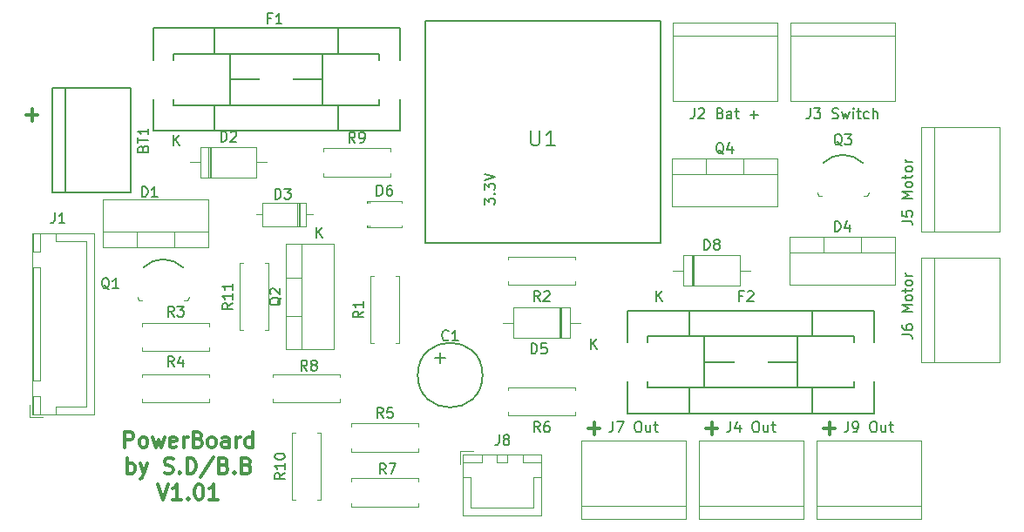
<source format=gto>
G04 #@! TF.GenerationSoftware,KiCad,Pcbnew,(5.1.9)-1*
G04 #@! TF.CreationDate,2021-05-24T15:14:23+02:00*
G04 #@! TF.ProjectId,charge_pcb,63686172-6765-45f7-9063-622e6b696361,rev?*
G04 #@! TF.SameCoordinates,Original*
G04 #@! TF.FileFunction,Legend,Top*
G04 #@! TF.FilePolarity,Positive*
%FSLAX46Y46*%
G04 Gerber Fmt 4.6, Leading zero omitted, Abs format (unit mm)*
G04 Created by KiCad (PCBNEW (5.1.9)-1) date 2021-05-24 15:14:23*
%MOMM*%
%LPD*%
G01*
G04 APERTURE LIST*
%ADD10C,0.300000*%
%ADD11C,0.200000*%
%ADD12C,0.120000*%
%ADD13C,0.150000*%
%ADD14C,0.100000*%
%ADD15C,5.600000*%
%ADD16C,3.600000*%
%ADD17O,1.600000X1.600000*%
%ADD18C,1.600000*%
%ADD19C,3.000000*%
%ADD20R,3.000000X3.000000*%
%ADD21O,2.000000X1.905000*%
%ADD22R,2.000000X1.905000*%
%ADD23O,1.905000X2.000000*%
%ADD24R,1.905000X2.000000*%
%ADD25O,2.200000X2.200000*%
%ADD26R,2.200000X2.200000*%
%ADD27O,1.700000X2.000000*%
%ADD28O,1.950000X1.700000*%
%ADD29C,1.800000*%
%ADD30R,1.800000X1.800000*%
%ADD31C,1.524000*%
%ADD32C,2.000000*%
%ADD33R,1.500000X1.500000*%
%ADD34C,1.500000*%
%ADD35C,3.200000*%
%ADD36O,4.000500X2.499360*%
%ADD37O,2.000000X2.000000*%
%ADD38R,2.000000X2.000000*%
%ADD39R,1.600000X1.600000*%
%ADD40C,1.501140*%
%ADD41C,2.540000*%
%ADD42R,2.540000X2.540000*%
G04 APERTURE END LIST*
D10*
X123888571Y-144887142D02*
X125031428Y-144887142D01*
X124460000Y-145458571D02*
X124460000Y-144315714D01*
D11*
X113852380Y-123126190D02*
X113852380Y-122507142D01*
X114233333Y-122840476D01*
X114233333Y-122697619D01*
X114280952Y-122602380D01*
X114328571Y-122554761D01*
X114423809Y-122507142D01*
X114661904Y-122507142D01*
X114757142Y-122554761D01*
X114804761Y-122602380D01*
X114852380Y-122697619D01*
X114852380Y-122983333D01*
X114804761Y-123078571D01*
X114757142Y-123126190D01*
X114757142Y-122078571D02*
X114804761Y-122030952D01*
X114852380Y-122078571D01*
X114804761Y-122126190D01*
X114757142Y-122078571D01*
X114852380Y-122078571D01*
X113852380Y-121697619D02*
X113852380Y-121078571D01*
X114233333Y-121411904D01*
X114233333Y-121269047D01*
X114280952Y-121173809D01*
X114328571Y-121126190D01*
X114423809Y-121078571D01*
X114661904Y-121078571D01*
X114757142Y-121126190D01*
X114804761Y-121173809D01*
X114852380Y-121269047D01*
X114852380Y-121554761D01*
X114804761Y-121650000D01*
X114757142Y-121697619D01*
X113852380Y-120792857D02*
X114852380Y-120459523D01*
X113852380Y-120126190D01*
D10*
X135318571Y-144887142D02*
X136461428Y-144887142D01*
X135890000Y-145458571D02*
X135890000Y-144315714D01*
X146748571Y-144887142D02*
X147891428Y-144887142D01*
X147320000Y-145458571D02*
X147320000Y-144315714D01*
X69278571Y-114407142D02*
X70421428Y-114407142D01*
X69850000Y-114978571D02*
X69850000Y-113835714D01*
X78875714Y-146718571D02*
X78875714Y-145218571D01*
X79447142Y-145218571D01*
X79590000Y-145290000D01*
X79661428Y-145361428D01*
X79732857Y-145504285D01*
X79732857Y-145718571D01*
X79661428Y-145861428D01*
X79590000Y-145932857D01*
X79447142Y-146004285D01*
X78875714Y-146004285D01*
X80590000Y-146718571D02*
X80447142Y-146647142D01*
X80375714Y-146575714D01*
X80304285Y-146432857D01*
X80304285Y-146004285D01*
X80375714Y-145861428D01*
X80447142Y-145790000D01*
X80590000Y-145718571D01*
X80804285Y-145718571D01*
X80947142Y-145790000D01*
X81018571Y-145861428D01*
X81090000Y-146004285D01*
X81090000Y-146432857D01*
X81018571Y-146575714D01*
X80947142Y-146647142D01*
X80804285Y-146718571D01*
X80590000Y-146718571D01*
X81590000Y-145718571D02*
X81875714Y-146718571D01*
X82161428Y-146004285D01*
X82447142Y-146718571D01*
X82732857Y-145718571D01*
X83875714Y-146647142D02*
X83732857Y-146718571D01*
X83447142Y-146718571D01*
X83304285Y-146647142D01*
X83232857Y-146504285D01*
X83232857Y-145932857D01*
X83304285Y-145790000D01*
X83447142Y-145718571D01*
X83732857Y-145718571D01*
X83875714Y-145790000D01*
X83947142Y-145932857D01*
X83947142Y-146075714D01*
X83232857Y-146218571D01*
X84590000Y-146718571D02*
X84590000Y-145718571D01*
X84590000Y-146004285D02*
X84661428Y-145861428D01*
X84732857Y-145790000D01*
X84875714Y-145718571D01*
X85018571Y-145718571D01*
X86018571Y-145932857D02*
X86232857Y-146004285D01*
X86304285Y-146075714D01*
X86375714Y-146218571D01*
X86375714Y-146432857D01*
X86304285Y-146575714D01*
X86232857Y-146647142D01*
X86090000Y-146718571D01*
X85518571Y-146718571D01*
X85518571Y-145218571D01*
X86018571Y-145218571D01*
X86161428Y-145290000D01*
X86232857Y-145361428D01*
X86304285Y-145504285D01*
X86304285Y-145647142D01*
X86232857Y-145790000D01*
X86161428Y-145861428D01*
X86018571Y-145932857D01*
X85518571Y-145932857D01*
X87232857Y-146718571D02*
X87090000Y-146647142D01*
X87018571Y-146575714D01*
X86947142Y-146432857D01*
X86947142Y-146004285D01*
X87018571Y-145861428D01*
X87090000Y-145790000D01*
X87232857Y-145718571D01*
X87447142Y-145718571D01*
X87590000Y-145790000D01*
X87661428Y-145861428D01*
X87732857Y-146004285D01*
X87732857Y-146432857D01*
X87661428Y-146575714D01*
X87590000Y-146647142D01*
X87447142Y-146718571D01*
X87232857Y-146718571D01*
X89018571Y-146718571D02*
X89018571Y-145932857D01*
X88947142Y-145790000D01*
X88804285Y-145718571D01*
X88518571Y-145718571D01*
X88375714Y-145790000D01*
X89018571Y-146647142D02*
X88875714Y-146718571D01*
X88518571Y-146718571D01*
X88375714Y-146647142D01*
X88304285Y-146504285D01*
X88304285Y-146361428D01*
X88375714Y-146218571D01*
X88518571Y-146147142D01*
X88875714Y-146147142D01*
X89018571Y-146075714D01*
X89732857Y-146718571D02*
X89732857Y-145718571D01*
X89732857Y-146004285D02*
X89804285Y-145861428D01*
X89875714Y-145790000D01*
X90018571Y-145718571D01*
X90161428Y-145718571D01*
X91304285Y-146718571D02*
X91304285Y-145218571D01*
X91304285Y-146647142D02*
X91161428Y-146718571D01*
X90875714Y-146718571D01*
X90732857Y-146647142D01*
X90661428Y-146575714D01*
X90590000Y-146432857D01*
X90590000Y-146004285D01*
X90661428Y-145861428D01*
X90732857Y-145790000D01*
X90875714Y-145718571D01*
X91161428Y-145718571D01*
X91304285Y-145790000D01*
X79161428Y-149268571D02*
X79161428Y-147768571D01*
X79161428Y-148340000D02*
X79304285Y-148268571D01*
X79590000Y-148268571D01*
X79732857Y-148340000D01*
X79804285Y-148411428D01*
X79875714Y-148554285D01*
X79875714Y-148982857D01*
X79804285Y-149125714D01*
X79732857Y-149197142D01*
X79590000Y-149268571D01*
X79304285Y-149268571D01*
X79161428Y-149197142D01*
X80375714Y-148268571D02*
X80732857Y-149268571D01*
X81090000Y-148268571D02*
X80732857Y-149268571D01*
X80590000Y-149625714D01*
X80518571Y-149697142D01*
X80375714Y-149768571D01*
X82732857Y-149197142D02*
X82947142Y-149268571D01*
X83304285Y-149268571D01*
X83447142Y-149197142D01*
X83518571Y-149125714D01*
X83590000Y-148982857D01*
X83590000Y-148840000D01*
X83518571Y-148697142D01*
X83447142Y-148625714D01*
X83304285Y-148554285D01*
X83018571Y-148482857D01*
X82875714Y-148411428D01*
X82804285Y-148340000D01*
X82732857Y-148197142D01*
X82732857Y-148054285D01*
X82804285Y-147911428D01*
X82875714Y-147840000D01*
X83018571Y-147768571D01*
X83375714Y-147768571D01*
X83590000Y-147840000D01*
X84232857Y-149125714D02*
X84304285Y-149197142D01*
X84232857Y-149268571D01*
X84161428Y-149197142D01*
X84232857Y-149125714D01*
X84232857Y-149268571D01*
X84947142Y-149268571D02*
X84947142Y-147768571D01*
X85304285Y-147768571D01*
X85518571Y-147840000D01*
X85661428Y-147982857D01*
X85732857Y-148125714D01*
X85804285Y-148411428D01*
X85804285Y-148625714D01*
X85732857Y-148911428D01*
X85661428Y-149054285D01*
X85518571Y-149197142D01*
X85304285Y-149268571D01*
X84947142Y-149268571D01*
X87518571Y-147697142D02*
X86232857Y-149625714D01*
X88518571Y-148482857D02*
X88732857Y-148554285D01*
X88804285Y-148625714D01*
X88875714Y-148768571D01*
X88875714Y-148982857D01*
X88804285Y-149125714D01*
X88732857Y-149197142D01*
X88590000Y-149268571D01*
X88018571Y-149268571D01*
X88018571Y-147768571D01*
X88518571Y-147768571D01*
X88661428Y-147840000D01*
X88732857Y-147911428D01*
X88804285Y-148054285D01*
X88804285Y-148197142D01*
X88732857Y-148340000D01*
X88661428Y-148411428D01*
X88518571Y-148482857D01*
X88018571Y-148482857D01*
X89518571Y-149125714D02*
X89590000Y-149197142D01*
X89518571Y-149268571D01*
X89447142Y-149197142D01*
X89518571Y-149125714D01*
X89518571Y-149268571D01*
X90732857Y-148482857D02*
X90947142Y-148554285D01*
X91018571Y-148625714D01*
X91090000Y-148768571D01*
X91090000Y-148982857D01*
X91018571Y-149125714D01*
X90947142Y-149197142D01*
X90804285Y-149268571D01*
X90232857Y-149268571D01*
X90232857Y-147768571D01*
X90732857Y-147768571D01*
X90875714Y-147840000D01*
X90947142Y-147911428D01*
X91018571Y-148054285D01*
X91018571Y-148197142D01*
X90947142Y-148340000D01*
X90875714Y-148411428D01*
X90732857Y-148482857D01*
X90232857Y-148482857D01*
X82090000Y-150318571D02*
X82590000Y-151818571D01*
X83090000Y-150318571D01*
X84375714Y-151818571D02*
X83518571Y-151818571D01*
X83947142Y-151818571D02*
X83947142Y-150318571D01*
X83804285Y-150532857D01*
X83661428Y-150675714D01*
X83518571Y-150747142D01*
X85018571Y-151675714D02*
X85090000Y-151747142D01*
X85018571Y-151818571D01*
X84947142Y-151747142D01*
X85018571Y-151675714D01*
X85018571Y-151818571D01*
X86018571Y-150318571D02*
X86161428Y-150318571D01*
X86304285Y-150390000D01*
X86375714Y-150461428D01*
X86447142Y-150604285D01*
X86518571Y-150890000D01*
X86518571Y-151247142D01*
X86447142Y-151532857D01*
X86375714Y-151675714D01*
X86304285Y-151747142D01*
X86161428Y-151818571D01*
X86018571Y-151818571D01*
X85875714Y-151747142D01*
X85804285Y-151675714D01*
X85732857Y-151532857D01*
X85661428Y-151247142D01*
X85661428Y-150890000D01*
X85732857Y-150604285D01*
X85804285Y-150461428D01*
X85875714Y-150390000D01*
X86018571Y-150318571D01*
X87947142Y-151818571D02*
X87090000Y-151818571D01*
X87518571Y-151818571D02*
X87518571Y-150318571D01*
X87375714Y-150532857D01*
X87232857Y-150675714D01*
X87090000Y-150747142D01*
D12*
X92480000Y-128810000D02*
X92810000Y-128810000D01*
X92810000Y-128810000D02*
X92810000Y-135350000D01*
X92810000Y-135350000D02*
X92480000Y-135350000D01*
X90400000Y-128810000D02*
X90070000Y-128810000D01*
X90070000Y-128810000D02*
X90070000Y-135350000D01*
X90070000Y-135350000D02*
X90400000Y-135350000D01*
X143510000Y-106680000D02*
X153670000Y-106680000D01*
X143510000Y-105410000D02*
X143510000Y-113030000D01*
X143510000Y-113030000D02*
X153670000Y-113030000D01*
X153670000Y-113030000D02*
X153670000Y-105410000D01*
X153670000Y-105410000D02*
X143510000Y-105410000D01*
X132080000Y-106680000D02*
X142240000Y-106680000D01*
X132080000Y-105410000D02*
X132080000Y-113030000D01*
X132080000Y-113030000D02*
X142240000Y-113030000D01*
X142240000Y-113030000D02*
X142240000Y-105410000D01*
X142240000Y-105410000D02*
X132080000Y-105410000D01*
X157480000Y-125730000D02*
X157480000Y-115570000D01*
X156210000Y-125730000D02*
X163830000Y-125730000D01*
X163830000Y-125730000D02*
X163830000Y-115570000D01*
X163830000Y-115570000D02*
X156210000Y-115570000D01*
X156210000Y-115570000D02*
X156210000Y-125730000D01*
X157480000Y-138430000D02*
X157480000Y-128270000D01*
X156210000Y-138430000D02*
X163830000Y-138430000D01*
X163830000Y-138430000D02*
X163830000Y-128270000D01*
X163830000Y-128270000D02*
X156210000Y-128270000D01*
X156210000Y-128270000D02*
X156210000Y-138430000D01*
X133350000Y-152400000D02*
X123190000Y-152400000D01*
X133350000Y-153670000D02*
X133350000Y-146050000D01*
X133350000Y-146050000D02*
X123190000Y-146050000D01*
X123190000Y-146050000D02*
X123190000Y-153670000D01*
X123190000Y-153670000D02*
X133350000Y-153670000D01*
X144780000Y-152400000D02*
X134620000Y-152400000D01*
X144780000Y-153670000D02*
X144780000Y-146050000D01*
X144780000Y-146050000D02*
X134620000Y-146050000D01*
X134620000Y-146050000D02*
X134620000Y-153670000D01*
X134620000Y-153670000D02*
X144780000Y-153670000D01*
X156210000Y-152400000D02*
X146050000Y-152400000D01*
X156210000Y-153670000D02*
X156210000Y-146050000D01*
X156210000Y-146050000D02*
X146050000Y-146050000D01*
X146050000Y-146050000D02*
X146050000Y-153670000D01*
X146050000Y-153670000D02*
X156210000Y-153670000D01*
X94520000Y-137200000D02*
X94520000Y-126960000D01*
X99161000Y-137200000D02*
X99161000Y-126960000D01*
X94520000Y-137200000D02*
X99161000Y-137200000D01*
X94520000Y-126960000D02*
X99161000Y-126960000D01*
X96030000Y-137200000D02*
X96030000Y-126960000D01*
X94520000Y-133930000D02*
X96030000Y-133930000D01*
X94520000Y-130229000D02*
X96030000Y-130229000D01*
X139011000Y-118650000D02*
X139011000Y-120160000D01*
X135310000Y-118650000D02*
X135310000Y-120160000D01*
X132040000Y-120160000D02*
X142280000Y-120160000D01*
X142280000Y-118650000D02*
X142280000Y-123291000D01*
X132040000Y-118650000D02*
X132040000Y-123291000D01*
X132040000Y-123291000D02*
X142280000Y-123291000D01*
X132040000Y-118650000D02*
X142280000Y-118650000D01*
X133950000Y-128070000D02*
X133950000Y-131010000D01*
X134190000Y-128070000D02*
X134190000Y-131010000D01*
X134070000Y-128070000D02*
X134070000Y-131010000D01*
X139630000Y-129540000D02*
X138610000Y-129540000D01*
X132150000Y-129540000D02*
X133170000Y-129540000D01*
X138610000Y-128070000D02*
X133170000Y-128070000D01*
X138610000Y-131010000D02*
X138610000Y-128070000D01*
X133170000Y-131010000D02*
X138610000Y-131010000D01*
X133170000Y-128070000D02*
X133170000Y-131010000D01*
X95150000Y-151860000D02*
X95480000Y-151860000D01*
X95150000Y-145320000D02*
X95150000Y-151860000D01*
X95480000Y-145320000D02*
X95150000Y-145320000D01*
X97890000Y-151860000D02*
X97560000Y-151860000D01*
X97890000Y-145320000D02*
X97890000Y-151860000D01*
X97560000Y-145320000D02*
X97890000Y-145320000D01*
X111450000Y-147110000D02*
X111450000Y-148360000D01*
X112700000Y-147110000D02*
X111450000Y-147110000D01*
X118600000Y-152610000D02*
X115550000Y-152610000D01*
X118600000Y-149660000D02*
X118600000Y-152610000D01*
X119350000Y-149660000D02*
X118600000Y-149660000D01*
X112500000Y-152610000D02*
X115550000Y-152610000D01*
X112500000Y-149660000D02*
X112500000Y-152610000D01*
X111750000Y-149660000D02*
X112500000Y-149660000D01*
X119350000Y-147410000D02*
X117550000Y-147410000D01*
X119350000Y-148160000D02*
X119350000Y-147410000D01*
X117550000Y-148160000D02*
X119350000Y-148160000D01*
X117550000Y-147410000D02*
X117550000Y-148160000D01*
X113550000Y-147410000D02*
X111750000Y-147410000D01*
X113550000Y-148160000D02*
X113550000Y-147410000D01*
X111750000Y-148160000D02*
X113550000Y-148160000D01*
X111750000Y-147410000D02*
X111750000Y-148160000D01*
X116050000Y-147410000D02*
X115050000Y-147410000D01*
X116050000Y-148160000D02*
X116050000Y-147410000D01*
X115050000Y-148160000D02*
X116050000Y-148160000D01*
X115050000Y-147410000D02*
X115050000Y-148160000D01*
X119360000Y-147400000D02*
X111740000Y-147400000D01*
X119360000Y-153370000D02*
X119360000Y-147400000D01*
X111740000Y-153370000D02*
X119360000Y-153370000D01*
X111740000Y-147400000D02*
X111740000Y-153370000D01*
X69640000Y-143820000D02*
X70890000Y-143820000D01*
X69640000Y-142570000D02*
X69640000Y-143820000D01*
X75140000Y-126670000D02*
X75140000Y-134720000D01*
X72190000Y-126670000D02*
X75140000Y-126670000D01*
X72190000Y-125920000D02*
X72190000Y-126670000D01*
X75140000Y-142770000D02*
X75140000Y-134720000D01*
X72190000Y-142770000D02*
X75140000Y-142770000D01*
X72190000Y-143520000D02*
X72190000Y-142770000D01*
X69940000Y-125920000D02*
X69940000Y-127720000D01*
X70690000Y-125920000D02*
X69940000Y-125920000D01*
X70690000Y-127720000D02*
X70690000Y-125920000D01*
X69940000Y-127720000D02*
X70690000Y-127720000D01*
X69940000Y-141720000D02*
X69940000Y-143520000D01*
X70690000Y-141720000D02*
X69940000Y-141720000D01*
X70690000Y-143520000D02*
X70690000Y-141720000D01*
X69940000Y-143520000D02*
X70690000Y-143520000D01*
X69940000Y-129220000D02*
X69940000Y-140220000D01*
X70690000Y-129220000D02*
X69940000Y-129220000D01*
X70690000Y-140220000D02*
X70690000Y-129220000D01*
X69940000Y-140220000D02*
X70690000Y-140220000D01*
X69930000Y-125910000D02*
X69930000Y-143530000D01*
X75900000Y-125910000D02*
X69930000Y-125910000D01*
X75900000Y-143530000D02*
X75900000Y-125910000D01*
X69930000Y-143530000D02*
X75900000Y-143530000D01*
X102630000Y-125130000D02*
X102630000Y-125310000D01*
X102630000Y-122790000D02*
X102630000Y-122970000D01*
X102510000Y-125130000D02*
X102510000Y-125310000D01*
X102510000Y-122790000D02*
X102510000Y-122970000D01*
X105810000Y-125145000D02*
X105810000Y-125310000D01*
X105810000Y-122790000D02*
X105810000Y-122955000D01*
X102390000Y-125130000D02*
X102390000Y-125310000D01*
X102390000Y-122790000D02*
X102390000Y-122970000D01*
X102390000Y-125310000D02*
X105810000Y-125310000D01*
X102390000Y-122790000D02*
X105810000Y-122790000D01*
X104680000Y-120380000D02*
X104680000Y-120050000D01*
X98140000Y-120380000D02*
X104680000Y-120380000D01*
X98140000Y-120050000D02*
X98140000Y-120380000D01*
X104680000Y-117640000D02*
X104680000Y-117970000D01*
X98140000Y-117640000D02*
X104680000Y-117640000D01*
X98140000Y-117970000D02*
X98140000Y-117640000D01*
D13*
X130900000Y-126870000D02*
X108040000Y-126870000D01*
X108040000Y-107820000D02*
X108040000Y-105280000D01*
X108040000Y-105280000D02*
X130900000Y-105280000D01*
X130900000Y-105280000D02*
X130900000Y-107820000D01*
X130900000Y-107820000D02*
X130900000Y-106550000D01*
X130900000Y-126870000D02*
X130900000Y-107820000D01*
X108040000Y-107820000D02*
X108040000Y-126870000D01*
D12*
X93250000Y-139930000D02*
X93250000Y-139600000D01*
X93250000Y-139600000D02*
X99790000Y-139600000D01*
X99790000Y-139600000D02*
X99790000Y-139930000D01*
X93250000Y-142010000D02*
X93250000Y-142340000D01*
X93250000Y-142340000D02*
X99790000Y-142340000D01*
X99790000Y-142340000D02*
X99790000Y-142010000D01*
X107410000Y-152140000D02*
X107410000Y-152470000D01*
X107410000Y-152470000D02*
X100870000Y-152470000D01*
X100870000Y-152470000D02*
X100870000Y-152140000D01*
X107410000Y-150060000D02*
X107410000Y-149730000D01*
X107410000Y-149730000D02*
X100870000Y-149730000D01*
X100870000Y-149730000D02*
X100870000Y-150060000D01*
X116110000Y-141200000D02*
X116110000Y-140870000D01*
X116110000Y-140870000D02*
X122650000Y-140870000D01*
X122650000Y-140870000D02*
X122650000Y-141200000D01*
X116110000Y-143280000D02*
X116110000Y-143610000D01*
X116110000Y-143610000D02*
X122650000Y-143610000D01*
X122650000Y-143610000D02*
X122650000Y-143280000D01*
X100870000Y-144750000D02*
X100870000Y-144420000D01*
X100870000Y-144420000D02*
X107410000Y-144420000D01*
X107410000Y-144420000D02*
X107410000Y-144750000D01*
X100870000Y-146830000D02*
X100870000Y-147160000D01*
X100870000Y-147160000D02*
X107410000Y-147160000D01*
X107410000Y-147160000D02*
X107410000Y-146830000D01*
X87090000Y-142010000D02*
X87090000Y-142340000D01*
X87090000Y-142340000D02*
X80550000Y-142340000D01*
X80550000Y-142340000D02*
X80550000Y-142010000D01*
X87090000Y-139930000D02*
X87090000Y-139600000D01*
X87090000Y-139600000D02*
X80550000Y-139600000D01*
X80550000Y-139600000D02*
X80550000Y-139930000D01*
X87090000Y-137040000D02*
X87090000Y-137370000D01*
X87090000Y-137370000D02*
X80550000Y-137370000D01*
X80550000Y-137370000D02*
X80550000Y-137040000D01*
X87090000Y-134960000D02*
X87090000Y-134630000D01*
X87090000Y-134630000D02*
X80550000Y-134630000D01*
X80550000Y-134630000D02*
X80550000Y-134960000D01*
X116110000Y-128500000D02*
X116110000Y-128170000D01*
X116110000Y-128170000D02*
X122650000Y-128170000D01*
X122650000Y-128170000D02*
X122650000Y-128500000D01*
X116110000Y-130580000D02*
X116110000Y-130910000D01*
X116110000Y-130910000D02*
X122650000Y-130910000D01*
X122650000Y-130910000D02*
X122650000Y-130580000D01*
X105180000Y-130080000D02*
X105510000Y-130080000D01*
X105510000Y-130080000D02*
X105510000Y-136620000D01*
X105510000Y-136620000D02*
X105180000Y-136620000D01*
X103100000Y-130080000D02*
X102770000Y-130080000D01*
X102770000Y-130080000D02*
X102770000Y-136620000D01*
X102770000Y-136620000D02*
X103100000Y-136620000D01*
D14*
X151000000Y-122250000D02*
X151150000Y-121950000D01*
X151000000Y-122250000D02*
X150700000Y-122250000D01*
X146600000Y-122250000D02*
X146300000Y-122250000D01*
X146300000Y-122250000D02*
X146150000Y-121950000D01*
D13*
X150600000Y-119100000D02*
G75*
G03*
X146750000Y-119050000I-1950000J-1900000D01*
G01*
D14*
X84960000Y-132410000D02*
X85110000Y-132110000D01*
X84960000Y-132410000D02*
X84660000Y-132410000D01*
X80560000Y-132410000D02*
X80260000Y-132410000D01*
X80260000Y-132410000D02*
X80110000Y-132110000D01*
D13*
X84560000Y-129260000D02*
G75*
G03*
X80710000Y-129210000I-1950000J-1900000D01*
G01*
X145699480Y-140929360D02*
X145699480Y-143431260D01*
X145699480Y-133428740D02*
X145699480Y-135930640D01*
X133700520Y-133428740D02*
X133700520Y-135930640D01*
X133700520Y-143431260D02*
X133700520Y-140929360D01*
X144200880Y-138430000D02*
X135199120Y-138430000D01*
X144200880Y-140929360D02*
X144200880Y-135930640D01*
X135199120Y-140929360D02*
X135199120Y-135930640D01*
X129700020Y-140329920D02*
X129700020Y-140929360D01*
X149699980Y-136530080D02*
X149699980Y-135930640D01*
X149699980Y-135930640D02*
X129700020Y-135930640D01*
X129700020Y-135930640D02*
X129700020Y-136530080D01*
X129700020Y-140929360D02*
X149699980Y-140929360D01*
X149699980Y-140929360D02*
X149699980Y-140329920D01*
X127701040Y-140329920D02*
X127701040Y-143431260D01*
X151698960Y-136530080D02*
X151698960Y-133428740D01*
X151698960Y-133428740D02*
X127701040Y-133428740D01*
X127701040Y-133428740D02*
X127701040Y-136530080D01*
X127701040Y-143431260D02*
X151698960Y-143431260D01*
X151698960Y-143431260D02*
X151698960Y-140329920D01*
X87620520Y-108450640D02*
X87620520Y-105948740D01*
X87620520Y-115951260D02*
X87620520Y-113449360D01*
X99619480Y-115951260D02*
X99619480Y-113449360D01*
X99619480Y-105948740D02*
X99619480Y-108450640D01*
X89119120Y-110950000D02*
X98120880Y-110950000D01*
X89119120Y-108450640D02*
X89119120Y-113449360D01*
X98120880Y-108450640D02*
X98120880Y-113449360D01*
X103619980Y-109050080D02*
X103619980Y-108450640D01*
X83620020Y-112849920D02*
X83620020Y-113449360D01*
X83620020Y-113449360D02*
X103619980Y-113449360D01*
X103619980Y-113449360D02*
X103619980Y-112849920D01*
X103619980Y-108450640D02*
X83620020Y-108450640D01*
X83620020Y-108450640D02*
X83620020Y-109050080D01*
X105618960Y-109050080D02*
X105618960Y-105948740D01*
X81621040Y-112849920D02*
X81621040Y-115951260D01*
X81621040Y-115951260D02*
X105618960Y-115951260D01*
X105618960Y-115951260D02*
X105618960Y-112849920D01*
X105618960Y-105948740D02*
X81621040Y-105948740D01*
X81621040Y-105948740D02*
X81621040Y-109050080D01*
D12*
X122100000Y-136090000D02*
X122100000Y-133150000D01*
X122100000Y-133150000D02*
X116660000Y-133150000D01*
X116660000Y-133150000D02*
X116660000Y-136090000D01*
X116660000Y-136090000D02*
X122100000Y-136090000D01*
X123120000Y-134620000D02*
X122100000Y-134620000D01*
X115640000Y-134620000D02*
X116660000Y-134620000D01*
X121200000Y-136090000D02*
X121200000Y-133150000D01*
X121080000Y-136090000D02*
X121080000Y-133150000D01*
X121320000Y-136090000D02*
X121320000Y-133150000D01*
X143470000Y-126270000D02*
X153710000Y-126270000D01*
X143470000Y-130911000D02*
X153710000Y-130911000D01*
X143470000Y-126270000D02*
X143470000Y-130911000D01*
X153710000Y-126270000D02*
X153710000Y-130911000D01*
X143470000Y-127780000D02*
X153710000Y-127780000D01*
X146740000Y-126270000D02*
X146740000Y-127780000D01*
X150441000Y-126270000D02*
X150441000Y-127780000D01*
X96500000Y-125210000D02*
X96500000Y-122970000D01*
X96500000Y-122970000D02*
X92260000Y-122970000D01*
X92260000Y-122970000D02*
X92260000Y-125210000D01*
X92260000Y-125210000D02*
X96500000Y-125210000D01*
X97150000Y-124090000D02*
X96500000Y-124090000D01*
X91610000Y-124090000D02*
X92260000Y-124090000D01*
X95780000Y-125210000D02*
X95780000Y-122970000D01*
X95660000Y-125210000D02*
X95660000Y-122970000D01*
X95900000Y-125210000D02*
X95900000Y-122970000D01*
X86240000Y-117540000D02*
X86240000Y-120480000D01*
X86240000Y-120480000D02*
X91680000Y-120480000D01*
X91680000Y-120480000D02*
X91680000Y-117540000D01*
X91680000Y-117540000D02*
X86240000Y-117540000D01*
X85220000Y-119010000D02*
X86240000Y-119010000D01*
X92700000Y-119010000D02*
X91680000Y-119010000D01*
X87140000Y-117540000D02*
X87140000Y-120480000D01*
X87260000Y-117540000D02*
X87260000Y-120480000D01*
X87020000Y-117540000D02*
X87020000Y-120480000D01*
X86990000Y-127240000D02*
X76750000Y-127240000D01*
X86990000Y-122599000D02*
X76750000Y-122599000D01*
X86990000Y-127240000D02*
X86990000Y-122599000D01*
X76750000Y-127240000D02*
X76750000Y-122599000D01*
X86990000Y-125730000D02*
X76750000Y-125730000D01*
X83720000Y-127240000D02*
X83720000Y-125730000D01*
X80019000Y-127240000D02*
X80019000Y-125730000D01*
D13*
X109489240Y-137500360D02*
X109489240Y-138501120D01*
X108988860Y-138000740D02*
X109989620Y-138000740D01*
X113639600Y-139700000D02*
G75*
G03*
X113639600Y-139700000I-3149600J0D01*
G01*
X73100000Y-121970000D02*
X73100000Y-111810000D01*
X71830000Y-121970000D02*
X79450000Y-121970000D01*
X79450000Y-121970000D02*
X79450000Y-111810000D01*
X79450000Y-111810000D02*
X71830000Y-111810000D01*
X71830000Y-111810000D02*
X71830000Y-121970000D01*
X89352380Y-132722857D02*
X88876190Y-133056190D01*
X89352380Y-133294285D02*
X88352380Y-133294285D01*
X88352380Y-132913333D01*
X88400000Y-132818095D01*
X88447619Y-132770476D01*
X88542857Y-132722857D01*
X88685714Y-132722857D01*
X88780952Y-132770476D01*
X88828571Y-132818095D01*
X88876190Y-132913333D01*
X88876190Y-133294285D01*
X89352380Y-131770476D02*
X89352380Y-132341904D01*
X89352380Y-132056190D02*
X88352380Y-132056190D01*
X88495238Y-132151428D01*
X88590476Y-132246666D01*
X88638095Y-132341904D01*
X89352380Y-130818095D02*
X89352380Y-131389523D01*
X89352380Y-131103809D02*
X88352380Y-131103809D01*
X88495238Y-131199047D01*
X88590476Y-131294285D01*
X88638095Y-131389523D01*
X145470952Y-113752380D02*
X145470952Y-114466666D01*
X145423333Y-114609523D01*
X145328095Y-114704761D01*
X145185238Y-114752380D01*
X145090000Y-114752380D01*
X145851904Y-113752380D02*
X146470952Y-113752380D01*
X146137619Y-114133333D01*
X146280476Y-114133333D01*
X146375714Y-114180952D01*
X146423333Y-114228571D01*
X146470952Y-114323809D01*
X146470952Y-114561904D01*
X146423333Y-114657142D01*
X146375714Y-114704761D01*
X146280476Y-114752380D01*
X145994761Y-114752380D01*
X145899523Y-114704761D01*
X145851904Y-114657142D01*
X147613809Y-114704761D02*
X147756666Y-114752380D01*
X147994761Y-114752380D01*
X148090000Y-114704761D01*
X148137619Y-114657142D01*
X148185238Y-114561904D01*
X148185238Y-114466666D01*
X148137619Y-114371428D01*
X148090000Y-114323809D01*
X147994761Y-114276190D01*
X147804285Y-114228571D01*
X147709047Y-114180952D01*
X147661428Y-114133333D01*
X147613809Y-114038095D01*
X147613809Y-113942857D01*
X147661428Y-113847619D01*
X147709047Y-113800000D01*
X147804285Y-113752380D01*
X148042380Y-113752380D01*
X148185238Y-113800000D01*
X148518571Y-114085714D02*
X148709047Y-114752380D01*
X148899523Y-114276190D01*
X149090000Y-114752380D01*
X149280476Y-114085714D01*
X149661428Y-114752380D02*
X149661428Y-114085714D01*
X149661428Y-113752380D02*
X149613809Y-113800000D01*
X149661428Y-113847619D01*
X149709047Y-113800000D01*
X149661428Y-113752380D01*
X149661428Y-113847619D01*
X149994761Y-114085714D02*
X150375714Y-114085714D01*
X150137619Y-113752380D02*
X150137619Y-114609523D01*
X150185238Y-114704761D01*
X150280476Y-114752380D01*
X150375714Y-114752380D01*
X151137619Y-114704761D02*
X151042380Y-114752380D01*
X150851904Y-114752380D01*
X150756666Y-114704761D01*
X150709047Y-114657142D01*
X150661428Y-114561904D01*
X150661428Y-114276190D01*
X150709047Y-114180952D01*
X150756666Y-114133333D01*
X150851904Y-114085714D01*
X151042380Y-114085714D01*
X151137619Y-114133333D01*
X151566190Y-114752380D02*
X151566190Y-113752380D01*
X151994761Y-114752380D02*
X151994761Y-114228571D01*
X151947142Y-114133333D01*
X151851904Y-114085714D01*
X151709047Y-114085714D01*
X151613809Y-114133333D01*
X151566190Y-114180952D01*
X134207619Y-113752380D02*
X134207619Y-114466666D01*
X134160000Y-114609523D01*
X134064761Y-114704761D01*
X133921904Y-114752380D01*
X133826666Y-114752380D01*
X134636190Y-113847619D02*
X134683809Y-113800000D01*
X134779047Y-113752380D01*
X135017142Y-113752380D01*
X135112380Y-113800000D01*
X135160000Y-113847619D01*
X135207619Y-113942857D01*
X135207619Y-114038095D01*
X135160000Y-114180952D01*
X134588571Y-114752380D01*
X135207619Y-114752380D01*
X136731428Y-114228571D02*
X136874285Y-114276190D01*
X136921904Y-114323809D01*
X136969523Y-114419047D01*
X136969523Y-114561904D01*
X136921904Y-114657142D01*
X136874285Y-114704761D01*
X136779047Y-114752380D01*
X136398095Y-114752380D01*
X136398095Y-113752380D01*
X136731428Y-113752380D01*
X136826666Y-113800000D01*
X136874285Y-113847619D01*
X136921904Y-113942857D01*
X136921904Y-114038095D01*
X136874285Y-114133333D01*
X136826666Y-114180952D01*
X136731428Y-114228571D01*
X136398095Y-114228571D01*
X137826666Y-114752380D02*
X137826666Y-114228571D01*
X137779047Y-114133333D01*
X137683809Y-114085714D01*
X137493333Y-114085714D01*
X137398095Y-114133333D01*
X137826666Y-114704761D02*
X137731428Y-114752380D01*
X137493333Y-114752380D01*
X137398095Y-114704761D01*
X137350476Y-114609523D01*
X137350476Y-114514285D01*
X137398095Y-114419047D01*
X137493333Y-114371428D01*
X137731428Y-114371428D01*
X137826666Y-114323809D01*
X138160000Y-114085714D02*
X138540952Y-114085714D01*
X138302857Y-113752380D02*
X138302857Y-114609523D01*
X138350476Y-114704761D01*
X138445714Y-114752380D01*
X138540952Y-114752380D01*
X139636190Y-114371428D02*
X140398095Y-114371428D01*
X140017142Y-114752380D02*
X140017142Y-113990476D01*
X154392380Y-124705714D02*
X155106666Y-124705714D01*
X155249523Y-124753333D01*
X155344761Y-124848571D01*
X155392380Y-124991428D01*
X155392380Y-125086666D01*
X154392380Y-123753333D02*
X154392380Y-124229523D01*
X154868571Y-124277142D01*
X154820952Y-124229523D01*
X154773333Y-124134285D01*
X154773333Y-123896190D01*
X154820952Y-123800952D01*
X154868571Y-123753333D01*
X154963809Y-123705714D01*
X155201904Y-123705714D01*
X155297142Y-123753333D01*
X155344761Y-123800952D01*
X155392380Y-123896190D01*
X155392380Y-124134285D01*
X155344761Y-124229523D01*
X155297142Y-124277142D01*
X155392380Y-122515238D02*
X154392380Y-122515238D01*
X155106666Y-122181904D01*
X154392380Y-121848571D01*
X155392380Y-121848571D01*
X155392380Y-121229523D02*
X155344761Y-121324761D01*
X155297142Y-121372380D01*
X155201904Y-121420000D01*
X154916190Y-121420000D01*
X154820952Y-121372380D01*
X154773333Y-121324761D01*
X154725714Y-121229523D01*
X154725714Y-121086666D01*
X154773333Y-120991428D01*
X154820952Y-120943809D01*
X154916190Y-120896190D01*
X155201904Y-120896190D01*
X155297142Y-120943809D01*
X155344761Y-120991428D01*
X155392380Y-121086666D01*
X155392380Y-121229523D01*
X154725714Y-120610476D02*
X154725714Y-120229523D01*
X154392380Y-120467619D02*
X155249523Y-120467619D01*
X155344761Y-120420000D01*
X155392380Y-120324761D01*
X155392380Y-120229523D01*
X155392380Y-119753333D02*
X155344761Y-119848571D01*
X155297142Y-119896190D01*
X155201904Y-119943809D01*
X154916190Y-119943809D01*
X154820952Y-119896190D01*
X154773333Y-119848571D01*
X154725714Y-119753333D01*
X154725714Y-119610476D01*
X154773333Y-119515238D01*
X154820952Y-119467619D01*
X154916190Y-119420000D01*
X155201904Y-119420000D01*
X155297142Y-119467619D01*
X155344761Y-119515238D01*
X155392380Y-119610476D01*
X155392380Y-119753333D01*
X155392380Y-118991428D02*
X154725714Y-118991428D01*
X154916190Y-118991428D02*
X154820952Y-118943809D01*
X154773333Y-118896190D01*
X154725714Y-118800952D01*
X154725714Y-118705714D01*
X154392380Y-135754761D02*
X155106666Y-135754761D01*
X155249523Y-135802380D01*
X155344761Y-135897619D01*
X155392380Y-136040476D01*
X155392380Y-136135714D01*
X154392380Y-134850000D02*
X154392380Y-135040476D01*
X154440000Y-135135714D01*
X154487619Y-135183333D01*
X154630476Y-135278571D01*
X154820952Y-135326190D01*
X155201904Y-135326190D01*
X155297142Y-135278571D01*
X155344761Y-135230952D01*
X155392380Y-135135714D01*
X155392380Y-134945238D01*
X155344761Y-134850000D01*
X155297142Y-134802380D01*
X155201904Y-134754761D01*
X154963809Y-134754761D01*
X154868571Y-134802380D01*
X154820952Y-134850000D01*
X154773333Y-134945238D01*
X154773333Y-135135714D01*
X154820952Y-135230952D01*
X154868571Y-135278571D01*
X154963809Y-135326190D01*
X155392380Y-133564285D02*
X154392380Y-133564285D01*
X155106666Y-133230952D01*
X154392380Y-132897619D01*
X155392380Y-132897619D01*
X155392380Y-132278571D02*
X155344761Y-132373809D01*
X155297142Y-132421428D01*
X155201904Y-132469047D01*
X154916190Y-132469047D01*
X154820952Y-132421428D01*
X154773333Y-132373809D01*
X154725714Y-132278571D01*
X154725714Y-132135714D01*
X154773333Y-132040476D01*
X154820952Y-131992857D01*
X154916190Y-131945238D01*
X155201904Y-131945238D01*
X155297142Y-131992857D01*
X155344761Y-132040476D01*
X155392380Y-132135714D01*
X155392380Y-132278571D01*
X154725714Y-131659523D02*
X154725714Y-131278571D01*
X154392380Y-131516666D02*
X155249523Y-131516666D01*
X155344761Y-131469047D01*
X155392380Y-131373809D01*
X155392380Y-131278571D01*
X155392380Y-130802380D02*
X155344761Y-130897619D01*
X155297142Y-130945238D01*
X155201904Y-130992857D01*
X154916190Y-130992857D01*
X154820952Y-130945238D01*
X154773333Y-130897619D01*
X154725714Y-130802380D01*
X154725714Y-130659523D01*
X154773333Y-130564285D01*
X154820952Y-130516666D01*
X154916190Y-130469047D01*
X155201904Y-130469047D01*
X155297142Y-130516666D01*
X155344761Y-130564285D01*
X155392380Y-130659523D01*
X155392380Y-130802380D01*
X155392380Y-130040476D02*
X154725714Y-130040476D01*
X154916190Y-130040476D02*
X154820952Y-129992857D01*
X154773333Y-129945238D01*
X154725714Y-129850000D01*
X154725714Y-129754761D01*
X126293809Y-144232380D02*
X126293809Y-144946666D01*
X126246190Y-145089523D01*
X126150952Y-145184761D01*
X126008095Y-145232380D01*
X125912857Y-145232380D01*
X126674761Y-144232380D02*
X127341428Y-144232380D01*
X126912857Y-145232380D01*
X128674761Y-144232380D02*
X128865238Y-144232380D01*
X128960476Y-144280000D01*
X129055714Y-144375238D01*
X129103333Y-144565714D01*
X129103333Y-144899047D01*
X129055714Y-145089523D01*
X128960476Y-145184761D01*
X128865238Y-145232380D01*
X128674761Y-145232380D01*
X128579523Y-145184761D01*
X128484285Y-145089523D01*
X128436666Y-144899047D01*
X128436666Y-144565714D01*
X128484285Y-144375238D01*
X128579523Y-144280000D01*
X128674761Y-144232380D01*
X129960476Y-144565714D02*
X129960476Y-145232380D01*
X129531904Y-144565714D02*
X129531904Y-145089523D01*
X129579523Y-145184761D01*
X129674761Y-145232380D01*
X129817619Y-145232380D01*
X129912857Y-145184761D01*
X129960476Y-145137142D01*
X130293809Y-144565714D02*
X130674761Y-144565714D01*
X130436666Y-144232380D02*
X130436666Y-145089523D01*
X130484285Y-145184761D01*
X130579523Y-145232380D01*
X130674761Y-145232380D01*
X137723809Y-144232380D02*
X137723809Y-144946666D01*
X137676190Y-145089523D01*
X137580952Y-145184761D01*
X137438095Y-145232380D01*
X137342857Y-145232380D01*
X138628571Y-144565714D02*
X138628571Y-145232380D01*
X138390476Y-144184761D02*
X138152380Y-144899047D01*
X138771428Y-144899047D01*
X140104761Y-144232380D02*
X140295238Y-144232380D01*
X140390476Y-144280000D01*
X140485714Y-144375238D01*
X140533333Y-144565714D01*
X140533333Y-144899047D01*
X140485714Y-145089523D01*
X140390476Y-145184761D01*
X140295238Y-145232380D01*
X140104761Y-145232380D01*
X140009523Y-145184761D01*
X139914285Y-145089523D01*
X139866666Y-144899047D01*
X139866666Y-144565714D01*
X139914285Y-144375238D01*
X140009523Y-144280000D01*
X140104761Y-144232380D01*
X141390476Y-144565714D02*
X141390476Y-145232380D01*
X140961904Y-144565714D02*
X140961904Y-145089523D01*
X141009523Y-145184761D01*
X141104761Y-145232380D01*
X141247619Y-145232380D01*
X141342857Y-145184761D01*
X141390476Y-145137142D01*
X141723809Y-144565714D02*
X142104761Y-144565714D01*
X141866666Y-144232380D02*
X141866666Y-145089523D01*
X141914285Y-145184761D01*
X142009523Y-145232380D01*
X142104761Y-145232380D01*
X149153809Y-144232380D02*
X149153809Y-144946666D01*
X149106190Y-145089523D01*
X149010952Y-145184761D01*
X148868095Y-145232380D01*
X148772857Y-145232380D01*
X149677619Y-145232380D02*
X149868095Y-145232380D01*
X149963333Y-145184761D01*
X150010952Y-145137142D01*
X150106190Y-144994285D01*
X150153809Y-144803809D01*
X150153809Y-144422857D01*
X150106190Y-144327619D01*
X150058571Y-144280000D01*
X149963333Y-144232380D01*
X149772857Y-144232380D01*
X149677619Y-144280000D01*
X149630000Y-144327619D01*
X149582380Y-144422857D01*
X149582380Y-144660952D01*
X149630000Y-144756190D01*
X149677619Y-144803809D01*
X149772857Y-144851428D01*
X149963333Y-144851428D01*
X150058571Y-144803809D01*
X150106190Y-144756190D01*
X150153809Y-144660952D01*
X151534761Y-144232380D02*
X151725238Y-144232380D01*
X151820476Y-144280000D01*
X151915714Y-144375238D01*
X151963333Y-144565714D01*
X151963333Y-144899047D01*
X151915714Y-145089523D01*
X151820476Y-145184761D01*
X151725238Y-145232380D01*
X151534761Y-145232380D01*
X151439523Y-145184761D01*
X151344285Y-145089523D01*
X151296666Y-144899047D01*
X151296666Y-144565714D01*
X151344285Y-144375238D01*
X151439523Y-144280000D01*
X151534761Y-144232380D01*
X152820476Y-144565714D02*
X152820476Y-145232380D01*
X152391904Y-144565714D02*
X152391904Y-145089523D01*
X152439523Y-145184761D01*
X152534761Y-145232380D01*
X152677619Y-145232380D01*
X152772857Y-145184761D01*
X152820476Y-145137142D01*
X153153809Y-144565714D02*
X153534761Y-144565714D01*
X153296666Y-144232380D02*
X153296666Y-145089523D01*
X153344285Y-145184761D01*
X153439523Y-145232380D01*
X153534761Y-145232380D01*
X94067619Y-132175238D02*
X94020000Y-132270476D01*
X93924761Y-132365714D01*
X93781904Y-132508571D01*
X93734285Y-132603809D01*
X93734285Y-132699047D01*
X93972380Y-132651428D02*
X93924761Y-132746666D01*
X93829523Y-132841904D01*
X93639047Y-132889523D01*
X93305714Y-132889523D01*
X93115238Y-132841904D01*
X93020000Y-132746666D01*
X92972380Y-132651428D01*
X92972380Y-132460952D01*
X93020000Y-132365714D01*
X93115238Y-132270476D01*
X93305714Y-132222857D01*
X93639047Y-132222857D01*
X93829523Y-132270476D01*
X93924761Y-132365714D01*
X93972380Y-132460952D01*
X93972380Y-132651428D01*
X93067619Y-131841904D02*
X93020000Y-131794285D01*
X92972380Y-131699047D01*
X92972380Y-131460952D01*
X93020000Y-131365714D01*
X93067619Y-131318095D01*
X93162857Y-131270476D01*
X93258095Y-131270476D01*
X93400952Y-131318095D01*
X93972380Y-131889523D01*
X93972380Y-131270476D01*
X137064761Y-118197619D02*
X136969523Y-118150000D01*
X136874285Y-118054761D01*
X136731428Y-117911904D01*
X136636190Y-117864285D01*
X136540952Y-117864285D01*
X136588571Y-118102380D02*
X136493333Y-118054761D01*
X136398095Y-117959523D01*
X136350476Y-117769047D01*
X136350476Y-117435714D01*
X136398095Y-117245238D01*
X136493333Y-117150000D01*
X136588571Y-117102380D01*
X136779047Y-117102380D01*
X136874285Y-117150000D01*
X136969523Y-117245238D01*
X137017142Y-117435714D01*
X137017142Y-117769047D01*
X136969523Y-117959523D01*
X136874285Y-118054761D01*
X136779047Y-118102380D01*
X136588571Y-118102380D01*
X137874285Y-117435714D02*
X137874285Y-118102380D01*
X137636190Y-117054761D02*
X137398095Y-117769047D01*
X138017142Y-117769047D01*
X135151904Y-127522380D02*
X135151904Y-126522380D01*
X135390000Y-126522380D01*
X135532857Y-126570000D01*
X135628095Y-126665238D01*
X135675714Y-126760476D01*
X135723333Y-126950952D01*
X135723333Y-127093809D01*
X135675714Y-127284285D01*
X135628095Y-127379523D01*
X135532857Y-127474761D01*
X135390000Y-127522380D01*
X135151904Y-127522380D01*
X136294761Y-126950952D02*
X136199523Y-126903333D01*
X136151904Y-126855714D01*
X136104285Y-126760476D01*
X136104285Y-126712857D01*
X136151904Y-126617619D01*
X136199523Y-126570000D01*
X136294761Y-126522380D01*
X136485238Y-126522380D01*
X136580476Y-126570000D01*
X136628095Y-126617619D01*
X136675714Y-126712857D01*
X136675714Y-126760476D01*
X136628095Y-126855714D01*
X136580476Y-126903333D01*
X136485238Y-126950952D01*
X136294761Y-126950952D01*
X136199523Y-126998571D01*
X136151904Y-127046190D01*
X136104285Y-127141428D01*
X136104285Y-127331904D01*
X136151904Y-127427142D01*
X136199523Y-127474761D01*
X136294761Y-127522380D01*
X136485238Y-127522380D01*
X136580476Y-127474761D01*
X136628095Y-127427142D01*
X136675714Y-127331904D01*
X136675714Y-127141428D01*
X136628095Y-127046190D01*
X136580476Y-126998571D01*
X136485238Y-126950952D01*
X130548095Y-132532380D02*
X130548095Y-131532380D01*
X131119523Y-132532380D02*
X130690952Y-131960952D01*
X131119523Y-131532380D02*
X130548095Y-132103809D01*
X94432380Y-149232857D02*
X93956190Y-149566190D01*
X94432380Y-149804285D02*
X93432380Y-149804285D01*
X93432380Y-149423333D01*
X93480000Y-149328095D01*
X93527619Y-149280476D01*
X93622857Y-149232857D01*
X93765714Y-149232857D01*
X93860952Y-149280476D01*
X93908571Y-149328095D01*
X93956190Y-149423333D01*
X93956190Y-149804285D01*
X94432380Y-148280476D02*
X94432380Y-148851904D01*
X94432380Y-148566190D02*
X93432380Y-148566190D01*
X93575238Y-148661428D01*
X93670476Y-148756666D01*
X93718095Y-148851904D01*
X93432380Y-147661428D02*
X93432380Y-147566190D01*
X93480000Y-147470952D01*
X93527619Y-147423333D01*
X93622857Y-147375714D01*
X93813333Y-147328095D01*
X94051428Y-147328095D01*
X94241904Y-147375714D01*
X94337142Y-147423333D01*
X94384761Y-147470952D01*
X94432380Y-147566190D01*
X94432380Y-147661428D01*
X94384761Y-147756666D01*
X94337142Y-147804285D01*
X94241904Y-147851904D01*
X94051428Y-147899523D01*
X93813333Y-147899523D01*
X93622857Y-147851904D01*
X93527619Y-147804285D01*
X93480000Y-147756666D01*
X93432380Y-147661428D01*
X115236666Y-145502380D02*
X115236666Y-146216666D01*
X115189047Y-146359523D01*
X115093809Y-146454761D01*
X114950952Y-146502380D01*
X114855714Y-146502380D01*
X115855714Y-145930952D02*
X115760476Y-145883333D01*
X115712857Y-145835714D01*
X115665238Y-145740476D01*
X115665238Y-145692857D01*
X115712857Y-145597619D01*
X115760476Y-145550000D01*
X115855714Y-145502380D01*
X116046190Y-145502380D01*
X116141428Y-145550000D01*
X116189047Y-145597619D01*
X116236666Y-145692857D01*
X116236666Y-145740476D01*
X116189047Y-145835714D01*
X116141428Y-145883333D01*
X116046190Y-145930952D01*
X115855714Y-145930952D01*
X115760476Y-145978571D01*
X115712857Y-146026190D01*
X115665238Y-146121428D01*
X115665238Y-146311904D01*
X115712857Y-146407142D01*
X115760476Y-146454761D01*
X115855714Y-146502380D01*
X116046190Y-146502380D01*
X116141428Y-146454761D01*
X116189047Y-146407142D01*
X116236666Y-146311904D01*
X116236666Y-146121428D01*
X116189047Y-146026190D01*
X116141428Y-145978571D01*
X116046190Y-145930952D01*
X72056666Y-123912380D02*
X72056666Y-124626666D01*
X72009047Y-124769523D01*
X71913809Y-124864761D01*
X71770952Y-124912380D01*
X71675714Y-124912380D01*
X73056666Y-124912380D02*
X72485238Y-124912380D01*
X72770952Y-124912380D02*
X72770952Y-123912380D01*
X72675714Y-124055238D01*
X72580476Y-124150476D01*
X72485238Y-124198095D01*
X103361904Y-122242380D02*
X103361904Y-121242380D01*
X103600000Y-121242380D01*
X103742857Y-121290000D01*
X103838095Y-121385238D01*
X103885714Y-121480476D01*
X103933333Y-121670952D01*
X103933333Y-121813809D01*
X103885714Y-122004285D01*
X103838095Y-122099523D01*
X103742857Y-122194761D01*
X103600000Y-122242380D01*
X103361904Y-122242380D01*
X104790476Y-121242380D02*
X104600000Y-121242380D01*
X104504761Y-121290000D01*
X104457142Y-121337619D01*
X104361904Y-121480476D01*
X104314285Y-121670952D01*
X104314285Y-122051904D01*
X104361904Y-122147142D01*
X104409523Y-122194761D01*
X104504761Y-122242380D01*
X104695238Y-122242380D01*
X104790476Y-122194761D01*
X104838095Y-122147142D01*
X104885714Y-122051904D01*
X104885714Y-121813809D01*
X104838095Y-121718571D01*
X104790476Y-121670952D01*
X104695238Y-121623333D01*
X104504761Y-121623333D01*
X104409523Y-121670952D01*
X104361904Y-121718571D01*
X104314285Y-121813809D01*
X101243333Y-117092380D02*
X100910000Y-116616190D01*
X100671904Y-117092380D02*
X100671904Y-116092380D01*
X101052857Y-116092380D01*
X101148095Y-116140000D01*
X101195714Y-116187619D01*
X101243333Y-116282857D01*
X101243333Y-116425714D01*
X101195714Y-116520952D01*
X101148095Y-116568571D01*
X101052857Y-116616190D01*
X100671904Y-116616190D01*
X101719523Y-117092380D02*
X101910000Y-117092380D01*
X102005238Y-117044761D01*
X102052857Y-116997142D01*
X102148095Y-116854285D01*
X102195714Y-116663809D01*
X102195714Y-116282857D01*
X102148095Y-116187619D01*
X102100476Y-116140000D01*
X102005238Y-116092380D01*
X101814761Y-116092380D01*
X101719523Y-116140000D01*
X101671904Y-116187619D01*
X101624285Y-116282857D01*
X101624285Y-116520952D01*
X101671904Y-116616190D01*
X101719523Y-116663809D01*
X101814761Y-116711428D01*
X102005238Y-116711428D01*
X102100476Y-116663809D01*
X102148095Y-116616190D01*
X102195714Y-116520952D01*
X118327142Y-115888571D02*
X118327142Y-117102857D01*
X118398571Y-117245714D01*
X118470000Y-117317142D01*
X118612857Y-117388571D01*
X118898571Y-117388571D01*
X119041428Y-117317142D01*
X119112857Y-117245714D01*
X119184285Y-117102857D01*
X119184285Y-115888571D01*
X120684285Y-117388571D02*
X119827142Y-117388571D01*
X120255714Y-117388571D02*
X120255714Y-115888571D01*
X120112857Y-116102857D01*
X119970000Y-116245714D01*
X119827142Y-116317142D01*
X96583333Y-139272380D02*
X96250000Y-138796190D01*
X96011904Y-139272380D02*
X96011904Y-138272380D01*
X96392857Y-138272380D01*
X96488095Y-138320000D01*
X96535714Y-138367619D01*
X96583333Y-138462857D01*
X96583333Y-138605714D01*
X96535714Y-138700952D01*
X96488095Y-138748571D01*
X96392857Y-138796190D01*
X96011904Y-138796190D01*
X97154761Y-138700952D02*
X97059523Y-138653333D01*
X97011904Y-138605714D01*
X96964285Y-138510476D01*
X96964285Y-138462857D01*
X97011904Y-138367619D01*
X97059523Y-138320000D01*
X97154761Y-138272380D01*
X97345238Y-138272380D01*
X97440476Y-138320000D01*
X97488095Y-138367619D01*
X97535714Y-138462857D01*
X97535714Y-138510476D01*
X97488095Y-138605714D01*
X97440476Y-138653333D01*
X97345238Y-138700952D01*
X97154761Y-138700952D01*
X97059523Y-138748571D01*
X97011904Y-138796190D01*
X96964285Y-138891428D01*
X96964285Y-139081904D01*
X97011904Y-139177142D01*
X97059523Y-139224761D01*
X97154761Y-139272380D01*
X97345238Y-139272380D01*
X97440476Y-139224761D01*
X97488095Y-139177142D01*
X97535714Y-139081904D01*
X97535714Y-138891428D01*
X97488095Y-138796190D01*
X97440476Y-138748571D01*
X97345238Y-138700952D01*
X104233333Y-149312380D02*
X103900000Y-148836190D01*
X103661904Y-149312380D02*
X103661904Y-148312380D01*
X104042857Y-148312380D01*
X104138095Y-148360000D01*
X104185714Y-148407619D01*
X104233333Y-148502857D01*
X104233333Y-148645714D01*
X104185714Y-148740952D01*
X104138095Y-148788571D01*
X104042857Y-148836190D01*
X103661904Y-148836190D01*
X104566666Y-148312380D02*
X105233333Y-148312380D01*
X104804761Y-149312380D01*
X119213333Y-145232380D02*
X118880000Y-144756190D01*
X118641904Y-145232380D02*
X118641904Y-144232380D01*
X119022857Y-144232380D01*
X119118095Y-144280000D01*
X119165714Y-144327619D01*
X119213333Y-144422857D01*
X119213333Y-144565714D01*
X119165714Y-144660952D01*
X119118095Y-144708571D01*
X119022857Y-144756190D01*
X118641904Y-144756190D01*
X120070476Y-144232380D02*
X119880000Y-144232380D01*
X119784761Y-144280000D01*
X119737142Y-144327619D01*
X119641904Y-144470476D01*
X119594285Y-144660952D01*
X119594285Y-145041904D01*
X119641904Y-145137142D01*
X119689523Y-145184761D01*
X119784761Y-145232380D01*
X119975238Y-145232380D01*
X120070476Y-145184761D01*
X120118095Y-145137142D01*
X120165714Y-145041904D01*
X120165714Y-144803809D01*
X120118095Y-144708571D01*
X120070476Y-144660952D01*
X119975238Y-144613333D01*
X119784761Y-144613333D01*
X119689523Y-144660952D01*
X119641904Y-144708571D01*
X119594285Y-144803809D01*
X103973333Y-143872380D02*
X103640000Y-143396190D01*
X103401904Y-143872380D02*
X103401904Y-142872380D01*
X103782857Y-142872380D01*
X103878095Y-142920000D01*
X103925714Y-142967619D01*
X103973333Y-143062857D01*
X103973333Y-143205714D01*
X103925714Y-143300952D01*
X103878095Y-143348571D01*
X103782857Y-143396190D01*
X103401904Y-143396190D01*
X104878095Y-142872380D02*
X104401904Y-142872380D01*
X104354285Y-143348571D01*
X104401904Y-143300952D01*
X104497142Y-143253333D01*
X104735238Y-143253333D01*
X104830476Y-143300952D01*
X104878095Y-143348571D01*
X104925714Y-143443809D01*
X104925714Y-143681904D01*
X104878095Y-143777142D01*
X104830476Y-143824761D01*
X104735238Y-143872380D01*
X104497142Y-143872380D01*
X104401904Y-143824761D01*
X104354285Y-143777142D01*
X83653333Y-138882380D02*
X83320000Y-138406190D01*
X83081904Y-138882380D02*
X83081904Y-137882380D01*
X83462857Y-137882380D01*
X83558095Y-137930000D01*
X83605714Y-137977619D01*
X83653333Y-138072857D01*
X83653333Y-138215714D01*
X83605714Y-138310952D01*
X83558095Y-138358571D01*
X83462857Y-138406190D01*
X83081904Y-138406190D01*
X84510476Y-138215714D02*
X84510476Y-138882380D01*
X84272380Y-137834761D02*
X84034285Y-138549047D01*
X84653333Y-138549047D01*
X83653333Y-134012380D02*
X83320000Y-133536190D01*
X83081904Y-134012380D02*
X83081904Y-133012380D01*
X83462857Y-133012380D01*
X83558095Y-133060000D01*
X83605714Y-133107619D01*
X83653333Y-133202857D01*
X83653333Y-133345714D01*
X83605714Y-133440952D01*
X83558095Y-133488571D01*
X83462857Y-133536190D01*
X83081904Y-133536190D01*
X83986666Y-133012380D02*
X84605714Y-133012380D01*
X84272380Y-133393333D01*
X84415238Y-133393333D01*
X84510476Y-133440952D01*
X84558095Y-133488571D01*
X84605714Y-133583809D01*
X84605714Y-133821904D01*
X84558095Y-133917142D01*
X84510476Y-133964761D01*
X84415238Y-134012380D01*
X84129523Y-134012380D01*
X84034285Y-133964761D01*
X83986666Y-133917142D01*
X119213333Y-132532380D02*
X118880000Y-132056190D01*
X118641904Y-132532380D02*
X118641904Y-131532380D01*
X119022857Y-131532380D01*
X119118095Y-131580000D01*
X119165714Y-131627619D01*
X119213333Y-131722857D01*
X119213333Y-131865714D01*
X119165714Y-131960952D01*
X119118095Y-132008571D01*
X119022857Y-132056190D01*
X118641904Y-132056190D01*
X119594285Y-131627619D02*
X119641904Y-131580000D01*
X119737142Y-131532380D01*
X119975238Y-131532380D01*
X120070476Y-131580000D01*
X120118095Y-131627619D01*
X120165714Y-131722857D01*
X120165714Y-131818095D01*
X120118095Y-131960952D01*
X119546666Y-132532380D01*
X120165714Y-132532380D01*
X102052380Y-133516666D02*
X101576190Y-133850000D01*
X102052380Y-134088095D02*
X101052380Y-134088095D01*
X101052380Y-133707142D01*
X101100000Y-133611904D01*
X101147619Y-133564285D01*
X101242857Y-133516666D01*
X101385714Y-133516666D01*
X101480952Y-133564285D01*
X101528571Y-133611904D01*
X101576190Y-133707142D01*
X101576190Y-134088095D01*
X102052380Y-132564285D02*
X102052380Y-133135714D01*
X102052380Y-132850000D02*
X101052380Y-132850000D01*
X101195238Y-132945238D01*
X101290476Y-133040476D01*
X101338095Y-133135714D01*
X148554761Y-117387619D02*
X148459523Y-117340000D01*
X148364285Y-117244761D01*
X148221428Y-117101904D01*
X148126190Y-117054285D01*
X148030952Y-117054285D01*
X148078571Y-117292380D02*
X147983333Y-117244761D01*
X147888095Y-117149523D01*
X147840476Y-116959047D01*
X147840476Y-116625714D01*
X147888095Y-116435238D01*
X147983333Y-116340000D01*
X148078571Y-116292380D01*
X148269047Y-116292380D01*
X148364285Y-116340000D01*
X148459523Y-116435238D01*
X148507142Y-116625714D01*
X148507142Y-116959047D01*
X148459523Y-117149523D01*
X148364285Y-117244761D01*
X148269047Y-117292380D01*
X148078571Y-117292380D01*
X148840476Y-116292380D02*
X149459523Y-116292380D01*
X149126190Y-116673333D01*
X149269047Y-116673333D01*
X149364285Y-116720952D01*
X149411904Y-116768571D01*
X149459523Y-116863809D01*
X149459523Y-117101904D01*
X149411904Y-117197142D01*
X149364285Y-117244761D01*
X149269047Y-117292380D01*
X148983333Y-117292380D01*
X148888095Y-117244761D01*
X148840476Y-117197142D01*
X77374761Y-131357619D02*
X77279523Y-131310000D01*
X77184285Y-131214761D01*
X77041428Y-131071904D01*
X76946190Y-131024285D01*
X76850952Y-131024285D01*
X76898571Y-131262380D02*
X76803333Y-131214761D01*
X76708095Y-131119523D01*
X76660476Y-130929047D01*
X76660476Y-130595714D01*
X76708095Y-130405238D01*
X76803333Y-130310000D01*
X76898571Y-130262380D01*
X77089047Y-130262380D01*
X77184285Y-130310000D01*
X77279523Y-130405238D01*
X77327142Y-130595714D01*
X77327142Y-130929047D01*
X77279523Y-131119523D01*
X77184285Y-131214761D01*
X77089047Y-131262380D01*
X76898571Y-131262380D01*
X78279523Y-131262380D02*
X77708095Y-131262380D01*
X77993809Y-131262380D02*
X77993809Y-130262380D01*
X77898571Y-130405238D01*
X77803333Y-130500476D01*
X77708095Y-130548095D01*
X138916666Y-132008571D02*
X138583333Y-132008571D01*
X138583333Y-132532380D02*
X138583333Y-131532380D01*
X139059523Y-131532380D01*
X139392857Y-131627619D02*
X139440476Y-131580000D01*
X139535714Y-131532380D01*
X139773809Y-131532380D01*
X139869047Y-131580000D01*
X139916666Y-131627619D01*
X139964285Y-131722857D01*
X139964285Y-131818095D01*
X139916666Y-131960952D01*
X139345238Y-132532380D01*
X139964285Y-132532380D01*
X93080677Y-105017311D02*
X92747344Y-105017311D01*
X92747344Y-105541120D02*
X92747344Y-104541120D01*
X93223534Y-104541120D01*
X94128296Y-105541120D02*
X93556868Y-105541120D01*
X93842582Y-105541120D02*
X93842582Y-104541120D01*
X93747344Y-104683978D01*
X93652106Y-104779216D01*
X93556868Y-104826835D01*
X118371904Y-137612380D02*
X118371904Y-136612380D01*
X118610000Y-136612380D01*
X118752857Y-136660000D01*
X118848095Y-136755238D01*
X118895714Y-136850476D01*
X118943333Y-137040952D01*
X118943333Y-137183809D01*
X118895714Y-137374285D01*
X118848095Y-137469523D01*
X118752857Y-137564761D01*
X118610000Y-137612380D01*
X118371904Y-137612380D01*
X119848095Y-136612380D02*
X119371904Y-136612380D01*
X119324285Y-137088571D01*
X119371904Y-137040952D01*
X119467142Y-136993333D01*
X119705238Y-136993333D01*
X119800476Y-137040952D01*
X119848095Y-137088571D01*
X119895714Y-137183809D01*
X119895714Y-137421904D01*
X119848095Y-137517142D01*
X119800476Y-137564761D01*
X119705238Y-137612380D01*
X119467142Y-137612380D01*
X119371904Y-137564761D01*
X119324285Y-137517142D01*
X124198095Y-137172380D02*
X124198095Y-136172380D01*
X124769523Y-137172380D02*
X124340952Y-136600952D01*
X124769523Y-136172380D02*
X124198095Y-136743809D01*
X147851904Y-125722380D02*
X147851904Y-124722380D01*
X148090000Y-124722380D01*
X148232857Y-124770000D01*
X148328095Y-124865238D01*
X148375714Y-124960476D01*
X148423333Y-125150952D01*
X148423333Y-125293809D01*
X148375714Y-125484285D01*
X148328095Y-125579523D01*
X148232857Y-125674761D01*
X148090000Y-125722380D01*
X147851904Y-125722380D01*
X149280476Y-125055714D02*
X149280476Y-125722380D01*
X149042380Y-124674761D02*
X148804285Y-125389047D01*
X149423333Y-125389047D01*
X93471904Y-122582380D02*
X93471904Y-121582380D01*
X93710000Y-121582380D01*
X93852857Y-121630000D01*
X93948095Y-121725238D01*
X93995714Y-121820476D01*
X94043333Y-122010952D01*
X94043333Y-122153809D01*
X93995714Y-122344285D01*
X93948095Y-122439523D01*
X93852857Y-122534761D01*
X93710000Y-122582380D01*
X93471904Y-122582380D01*
X94376666Y-121582380D02*
X94995714Y-121582380D01*
X94662380Y-121963333D01*
X94805238Y-121963333D01*
X94900476Y-122010952D01*
X94948095Y-122058571D01*
X94995714Y-122153809D01*
X94995714Y-122391904D01*
X94948095Y-122487142D01*
X94900476Y-122534761D01*
X94805238Y-122582380D01*
X94519523Y-122582380D01*
X94424285Y-122534761D01*
X94376666Y-122487142D01*
X97528095Y-126342380D02*
X97528095Y-125342380D01*
X98099523Y-126342380D02*
X97670952Y-125770952D01*
X98099523Y-125342380D02*
X97528095Y-125913809D01*
X88221904Y-116992380D02*
X88221904Y-115992380D01*
X88460000Y-115992380D01*
X88602857Y-116040000D01*
X88698095Y-116135238D01*
X88745714Y-116230476D01*
X88793333Y-116420952D01*
X88793333Y-116563809D01*
X88745714Y-116754285D01*
X88698095Y-116849523D01*
X88602857Y-116944761D01*
X88460000Y-116992380D01*
X88221904Y-116992380D01*
X89174285Y-116087619D02*
X89221904Y-116040000D01*
X89317142Y-115992380D01*
X89555238Y-115992380D01*
X89650476Y-116040000D01*
X89698095Y-116087619D01*
X89745714Y-116182857D01*
X89745714Y-116278095D01*
X89698095Y-116420952D01*
X89126666Y-116992380D01*
X89745714Y-116992380D01*
X83618095Y-117362380D02*
X83618095Y-116362380D01*
X84189523Y-117362380D02*
X83760952Y-116790952D01*
X84189523Y-116362380D02*
X83618095Y-116933809D01*
X80541904Y-122372380D02*
X80541904Y-121372380D01*
X80780000Y-121372380D01*
X80922857Y-121420000D01*
X81018095Y-121515238D01*
X81065714Y-121610476D01*
X81113333Y-121800952D01*
X81113333Y-121943809D01*
X81065714Y-122134285D01*
X81018095Y-122229523D01*
X80922857Y-122324761D01*
X80780000Y-122372380D01*
X80541904Y-122372380D01*
X82065714Y-122372380D02*
X81494285Y-122372380D01*
X81780000Y-122372380D02*
X81780000Y-121372380D01*
X81684761Y-121515238D01*
X81589523Y-121610476D01*
X81494285Y-121658095D01*
X110323333Y-136247142D02*
X110275714Y-136294761D01*
X110132857Y-136342380D01*
X110037619Y-136342380D01*
X109894761Y-136294761D01*
X109799523Y-136199523D01*
X109751904Y-136104285D01*
X109704285Y-135913809D01*
X109704285Y-135770952D01*
X109751904Y-135580476D01*
X109799523Y-135485238D01*
X109894761Y-135390000D01*
X110037619Y-135342380D01*
X110132857Y-135342380D01*
X110275714Y-135390000D01*
X110323333Y-135437619D01*
X111275714Y-136342380D02*
X110704285Y-136342380D01*
X110990000Y-136342380D02*
X110990000Y-135342380D01*
X110894761Y-135485238D01*
X110799523Y-135580476D01*
X110704285Y-135628095D01*
X80648571Y-117675714D02*
X80696190Y-117532857D01*
X80743809Y-117485238D01*
X80839047Y-117437619D01*
X80981904Y-117437619D01*
X81077142Y-117485238D01*
X81124761Y-117532857D01*
X81172380Y-117628095D01*
X81172380Y-118009047D01*
X80172380Y-118009047D01*
X80172380Y-117675714D01*
X80220000Y-117580476D01*
X80267619Y-117532857D01*
X80362857Y-117485238D01*
X80458095Y-117485238D01*
X80553333Y-117532857D01*
X80600952Y-117580476D01*
X80648571Y-117675714D01*
X80648571Y-118009047D01*
X80172380Y-117151904D02*
X80172380Y-116580476D01*
X81172380Y-116866190D02*
X80172380Y-116866190D01*
X81172380Y-115723333D02*
X81172380Y-116294761D01*
X81172380Y-116009047D02*
X80172380Y-116009047D01*
X80315238Y-116104285D01*
X80410476Y-116199523D01*
X80458095Y-116294761D01*
%LPC*%
D15*
X160830000Y-107840000D03*
D16*
X160830000Y-107840000D03*
D15*
X73250000Y-150970000D03*
D16*
X73250000Y-150970000D03*
D15*
X160750000Y-150820000D03*
D16*
X160750000Y-150820000D03*
D15*
X73160000Y-107940000D03*
D16*
X73160000Y-107940000D03*
D17*
X91440000Y-135890000D03*
D18*
X91440000Y-128270000D03*
D19*
X146050000Y-109220000D03*
D20*
X151130000Y-109220000D03*
D19*
X134620000Y-109220000D03*
D20*
X139700000Y-109220000D03*
D19*
X160020000Y-123190000D03*
D20*
X160020000Y-118110000D03*
D19*
X160020000Y-135890000D03*
D20*
X160020000Y-130810000D03*
D19*
X130810000Y-149860000D03*
D20*
X125730000Y-149860000D03*
D19*
X142240000Y-149860000D03*
D20*
X137160000Y-149860000D03*
D19*
X153670000Y-149860000D03*
D20*
X148590000Y-149860000D03*
D21*
X97790000Y-129540000D03*
X97790000Y-132080000D03*
D22*
X97790000Y-134620000D03*
D23*
X139700000Y-121920000D03*
X137160000Y-121920000D03*
D24*
X134620000Y-121920000D03*
D25*
X140970000Y-129540000D03*
D26*
X130810000Y-129540000D03*
D17*
X96520000Y-152400000D03*
D18*
X96520000Y-144780000D03*
D27*
X116800000Y-149860000D03*
G36*
G01*
X113450000Y-150610000D02*
X113450000Y-149110000D01*
G75*
G02*
X113700000Y-148860000I250000J0D01*
G01*
X114900000Y-148860000D01*
G75*
G02*
X115150000Y-149110000I0J-250000D01*
G01*
X115150000Y-150610000D01*
G75*
G02*
X114900000Y-150860000I-250000J0D01*
G01*
X113700000Y-150860000D01*
G75*
G02*
X113450000Y-150610000I0J250000D01*
G01*
G37*
D28*
X72390000Y-128470000D03*
X72390000Y-130970000D03*
X72390000Y-133470000D03*
X72390000Y-135970000D03*
X72390000Y-138470000D03*
G36*
G01*
X73115000Y-141820000D02*
X71665000Y-141820000D01*
G75*
G02*
X71415000Y-141570000I0J250000D01*
G01*
X71415000Y-140370000D01*
G75*
G02*
X71665000Y-140120000I250000J0D01*
G01*
X73115000Y-140120000D01*
G75*
G02*
X73365000Y-140370000I0J-250000D01*
G01*
X73365000Y-141570000D01*
G75*
G02*
X73115000Y-141820000I-250000J0D01*
G01*
G37*
D29*
X105370000Y-124050000D03*
D30*
X102830000Y-124050000D03*
D17*
X105220000Y-119010000D03*
D18*
X97600000Y-119010000D03*
D31*
X122010000Y-121790000D03*
X119470000Y-121790000D03*
X119470000Y-124330000D03*
X122010000Y-124330000D03*
D32*
X128360000Y-108582000D03*
X110580000Y-108582000D03*
X128360000Y-124330000D03*
X110580000Y-124330000D03*
D31*
X120994000Y-110106000D03*
X117692000Y-110106000D03*
X124550000Y-124330000D03*
X114390000Y-124330000D03*
X116930000Y-124330000D03*
D17*
X100330000Y-140970000D03*
D18*
X92710000Y-140970000D03*
D17*
X100330000Y-151100000D03*
D18*
X107950000Y-151100000D03*
D17*
X123190000Y-142240000D03*
D18*
X115570000Y-142240000D03*
D17*
X107950000Y-145790000D03*
D18*
X100330000Y-145790000D03*
D17*
X80010000Y-140970000D03*
D18*
X87630000Y-140970000D03*
D17*
X80010000Y-136000000D03*
D18*
X87630000Y-136000000D03*
D17*
X123190000Y-129540000D03*
D18*
X115570000Y-129540000D03*
D17*
X104140000Y-137160000D03*
D18*
X104140000Y-129540000D03*
D33*
X146050000Y-120650000D03*
D34*
X151250000Y-120650000D03*
X148650000Y-120650000D03*
D33*
X80010000Y-130810000D03*
D34*
X85210000Y-130810000D03*
X82610000Y-130810000D03*
D35*
X139700000Y-138430000D03*
D36*
X150700740Y-138430000D03*
X128699260Y-138430000D03*
D35*
X93620000Y-110950000D03*
D36*
X82619260Y-110950000D03*
X104620740Y-110950000D03*
D25*
X114300000Y-134620000D03*
D26*
X124460000Y-134620000D03*
D37*
X151130000Y-129540000D03*
D38*
X146050000Y-129540000D03*
D17*
X90570000Y-124090000D03*
D39*
X98190000Y-124090000D03*
D25*
X94040000Y-119010000D03*
D26*
X83880000Y-119010000D03*
D37*
X79330000Y-123970000D03*
D38*
X84410000Y-123970000D03*
D40*
X111760000Y-139700000D03*
X109220000Y-139700000D03*
D41*
X75640000Y-119430000D03*
D42*
X75640000Y-114350000D03*
M02*

</source>
